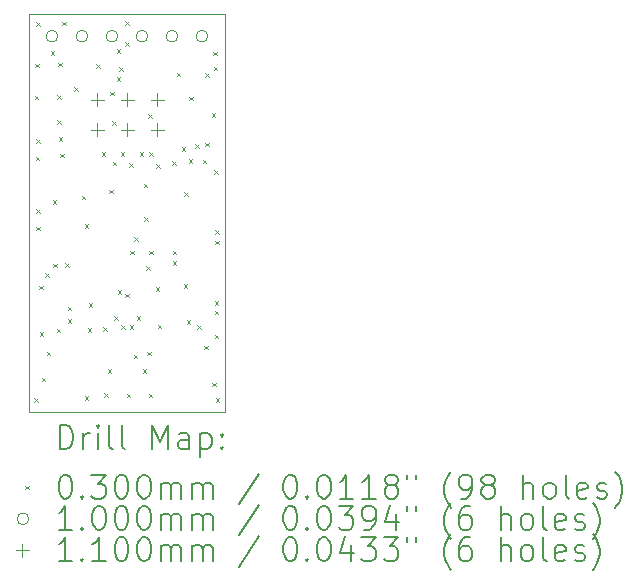
<source format=gbr>
%TF.GenerationSoftware,KiCad,Pcbnew,8.0.2*%
%TF.CreationDate,2024-05-04T17:25:49+02:00*%
%TF.ProjectId,AVRinator,41565269-6e61-4746-9f72-2e6b69636164,1.0*%
%TF.SameCoordinates,Original*%
%TF.FileFunction,Drillmap*%
%TF.FilePolarity,Positive*%
%FSLAX45Y45*%
G04 Gerber Fmt 4.5, Leading zero omitted, Abs format (unit mm)*
G04 Created by KiCad (PCBNEW 8.0.2) date 2024-05-04 17:25:49*
%MOMM*%
%LPD*%
G01*
G04 APERTURE LIST*
%ADD10C,0.100000*%
%ADD11C,0.200000*%
%ADD12C,0.110000*%
G04 APERTURE END LIST*
D10*
X5394960Y-4892040D02*
X7048500Y-4892040D01*
X7048500Y-8255000D01*
X5394960Y-8255000D01*
X5394960Y-4892040D01*
D11*
D10*
X5435840Y-8140940D02*
X5465840Y-8170940D01*
X5465840Y-8140940D02*
X5435840Y-8170940D01*
X5438380Y-5580620D02*
X5468380Y-5610620D01*
X5468380Y-5580620D02*
X5438380Y-5610620D01*
X5446000Y-5308840D02*
X5476000Y-5338840D01*
X5476000Y-5308840D02*
X5446000Y-5338840D01*
X5448540Y-6096240D02*
X5478540Y-6126240D01*
X5478540Y-6096240D02*
X5448540Y-6126240D01*
X5451080Y-5951460D02*
X5481080Y-5981460D01*
X5481080Y-5951460D02*
X5451080Y-5981460D01*
X5452400Y-6540740D02*
X5482400Y-6570740D01*
X5482400Y-6540740D02*
X5452400Y-6570740D01*
X5453620Y-4960860D02*
X5483620Y-4990860D01*
X5483620Y-4960860D02*
X5453620Y-4990860D01*
X5453620Y-6690600D02*
X5483620Y-6720600D01*
X5483620Y-6690600D02*
X5453620Y-6720600D01*
X5479020Y-7188440D02*
X5509020Y-7218440D01*
X5509020Y-7188440D02*
X5479020Y-7218440D01*
X5481560Y-7584680D02*
X5511560Y-7614680D01*
X5511560Y-7584680D02*
X5481560Y-7614680D01*
X5499340Y-7968220D02*
X5529340Y-7998220D01*
X5529340Y-7968220D02*
X5499340Y-7998220D01*
X5527280Y-7081760D02*
X5557280Y-7111760D01*
X5557280Y-7081760D02*
X5527280Y-7111760D01*
X5542520Y-7749780D02*
X5572520Y-7779780D01*
X5572520Y-7749780D02*
X5542520Y-7779780D01*
X5575540Y-5202160D02*
X5605540Y-5232160D01*
X5605540Y-5202160D02*
X5575540Y-5232160D01*
X5593320Y-6467080D02*
X5623320Y-6497080D01*
X5623320Y-6467080D02*
X5593320Y-6497080D01*
X5595860Y-7003020D02*
X5625860Y-7033020D01*
X5625860Y-7003020D02*
X5595860Y-7033020D01*
X5626340Y-7554200D02*
X5656340Y-7584200D01*
X5656340Y-7554200D02*
X5626340Y-7584200D01*
X5631079Y-5786417D02*
X5661079Y-5816417D01*
X5661079Y-5786417D02*
X5631079Y-5816417D01*
X5631420Y-5578080D02*
X5661420Y-5608080D01*
X5661420Y-5578080D02*
X5631420Y-5608080D01*
X5636500Y-5301220D02*
X5666500Y-5331220D01*
X5666500Y-5301220D02*
X5636500Y-5331220D01*
X5641580Y-5933680D02*
X5671580Y-5963680D01*
X5671580Y-5933680D02*
X5641580Y-5963680D01*
X5656820Y-6073380D02*
X5686820Y-6103380D01*
X5686820Y-6073380D02*
X5656820Y-6103380D01*
X5674600Y-4953240D02*
X5704600Y-4983240D01*
X5704600Y-4953240D02*
X5674600Y-4983240D01*
X5700000Y-6997940D02*
X5730000Y-7027940D01*
X5730000Y-6997940D02*
X5700000Y-7027940D01*
X5717780Y-7368780D02*
X5747780Y-7398780D01*
X5747780Y-7368780D02*
X5717780Y-7398780D01*
X5720320Y-7472920D02*
X5750320Y-7502920D01*
X5750320Y-7472920D02*
X5720320Y-7502920D01*
X5776200Y-5509500D02*
X5806200Y-5539500D01*
X5806200Y-5509500D02*
X5776200Y-5539500D01*
X5837160Y-6426440D02*
X5867160Y-6456440D01*
X5867160Y-6426440D02*
X5837160Y-6456440D01*
X5862560Y-8125700D02*
X5892560Y-8155700D01*
X5892560Y-8125700D02*
X5862560Y-8155700D01*
X5863200Y-6668380D02*
X5893200Y-6698380D01*
X5893200Y-6668380D02*
X5863200Y-6698380D01*
X5887960Y-7549120D02*
X5917960Y-7579120D01*
X5917960Y-7549120D02*
X5887960Y-7579120D01*
X5898120Y-7335760D02*
X5928120Y-7365760D01*
X5928120Y-7335760D02*
X5898120Y-7365760D01*
X5959080Y-5313920D02*
X5989080Y-5343920D01*
X5989080Y-5313920D02*
X5959080Y-5343920D01*
X6008000Y-6059740D02*
X6038000Y-6089740D01*
X6038000Y-6059740D02*
X6008000Y-6089740D01*
X6017500Y-7541500D02*
X6047500Y-7571500D01*
X6047500Y-7541500D02*
X6017500Y-7571500D01*
X6030200Y-8100300D02*
X6060200Y-8130300D01*
X6060200Y-8100300D02*
X6030200Y-8130300D01*
X6058140Y-7897100D02*
X6088140Y-7927100D01*
X6088140Y-7897100D02*
X6058140Y-7927100D01*
X6072110Y-6376910D02*
X6102110Y-6406910D01*
X6102110Y-6376910D02*
X6072110Y-6406910D01*
X6078460Y-5547600D02*
X6108460Y-5577600D01*
X6108460Y-5547600D02*
X6078460Y-5577600D01*
X6093700Y-5799060D02*
X6123700Y-5829060D01*
X6123700Y-5799060D02*
X6093700Y-5829060D01*
X6100040Y-6138160D02*
X6130040Y-6168160D01*
X6130040Y-6138160D02*
X6100040Y-6168160D01*
X6114020Y-7447020D02*
X6144020Y-7477020D01*
X6144020Y-7447020D02*
X6114020Y-7477020D01*
X6134340Y-5189460D02*
X6164340Y-5219460D01*
X6164340Y-5189460D02*
X6134340Y-5219460D01*
X6134340Y-5425680D02*
X6164340Y-5455680D01*
X6164340Y-5425680D02*
X6134340Y-5455680D01*
X6144159Y-7226199D02*
X6174159Y-7256199D01*
X6174159Y-7226199D02*
X6144159Y-7256199D01*
X6154660Y-5341860D02*
X6184660Y-5371860D01*
X6184660Y-5341860D02*
X6154660Y-5371860D01*
X6168000Y-6059740D02*
X6198000Y-6089740D01*
X6198000Y-6059740D02*
X6168000Y-6089740D01*
X6172221Y-7523939D02*
X6202221Y-7553939D01*
X6202221Y-7523939D02*
X6172221Y-7553939D01*
X6206909Y-4949609D02*
X6236909Y-4979609D01*
X6236909Y-4949609D02*
X6206909Y-4979609D01*
X6208000Y-5128500D02*
X6238000Y-5158500D01*
X6238000Y-5128500D02*
X6208000Y-5158500D01*
X6208000Y-7257020D02*
X6238000Y-7287020D01*
X6238000Y-7257020D02*
X6208000Y-7287020D01*
X6218160Y-8102840D02*
X6248160Y-8132840D01*
X6248160Y-8102840D02*
X6218160Y-8132840D01*
X6241020Y-6152120D02*
X6271020Y-6182120D01*
X6271020Y-6152120D02*
X6241020Y-6182120D01*
X6243924Y-7523720D02*
X6273924Y-7553720D01*
X6273924Y-7523720D02*
X6243924Y-7553720D01*
X6248000Y-6894740D02*
X6278000Y-6924740D01*
X6278000Y-6894740D02*
X6248000Y-6924740D01*
X6279120Y-7772640D02*
X6309120Y-7802640D01*
X6309120Y-7772640D02*
X6279120Y-7802640D01*
X6284200Y-6779500D02*
X6314200Y-6809500D01*
X6314200Y-6779500D02*
X6284200Y-6809500D01*
X6301980Y-7447520D02*
X6331980Y-7477520D01*
X6331980Y-7447520D02*
X6301980Y-7477520D01*
X6328000Y-6059740D02*
X6358000Y-6089740D01*
X6358000Y-6059740D02*
X6328000Y-6089740D01*
X6352780Y-7897100D02*
X6382780Y-7927100D01*
X6382780Y-7897100D02*
X6352780Y-7927100D01*
X6362940Y-6327380D02*
X6392940Y-6357380D01*
X6392940Y-6327380D02*
X6362940Y-6357380D01*
X6368020Y-6611860D02*
X6398020Y-6641860D01*
X6398020Y-6611860D02*
X6368020Y-6641860D01*
X6385800Y-7023340D02*
X6415800Y-7053340D01*
X6415800Y-7023340D02*
X6385800Y-7053340D01*
X6390880Y-7747240D02*
X6420880Y-7777240D01*
X6420880Y-7747240D02*
X6390880Y-7777240D01*
X6401040Y-5738100D02*
X6431040Y-5768100D01*
X6431040Y-5738100D02*
X6401040Y-5768100D01*
X6403580Y-8102840D02*
X6433580Y-8132840D01*
X6433580Y-8102840D02*
X6403580Y-8132840D01*
X6408000Y-6059740D02*
X6438000Y-6089740D01*
X6438000Y-6059740D02*
X6408000Y-6089740D01*
X6408000Y-6894740D02*
X6438000Y-6924740D01*
X6438000Y-6894740D02*
X6408000Y-6924740D01*
X6464540Y-7203680D02*
X6494540Y-7233680D01*
X6494540Y-7203680D02*
X6464540Y-7233680D01*
X6467080Y-6159740D02*
X6497080Y-6189740D01*
X6497080Y-6159740D02*
X6467080Y-6189740D01*
X6479780Y-7521180D02*
X6509780Y-7551180D01*
X6509780Y-7521180D02*
X6479780Y-7551180D01*
X6604240Y-6136880D02*
X6634240Y-6166880D01*
X6634240Y-6136880D02*
X6604240Y-6166880D01*
X6606780Y-6893800D02*
X6636780Y-6923800D01*
X6636780Y-6893800D02*
X6606780Y-6923800D01*
X6606780Y-6980160D02*
X6636780Y-7010160D01*
X6636780Y-6980160D02*
X6606780Y-7010160D01*
X6642340Y-5387580D02*
X6672340Y-5417580D01*
X6672340Y-5387580D02*
X6642340Y-5417580D01*
X6685520Y-6017500D02*
X6715520Y-6047500D01*
X6715520Y-6017500D02*
X6685520Y-6047500D01*
X6700760Y-7175740D02*
X6730760Y-7205740D01*
X6730760Y-7175740D02*
X6700760Y-7205740D01*
X6703300Y-6398500D02*
X6733300Y-6428500D01*
X6733300Y-6398500D02*
X6703300Y-6428500D01*
X6726160Y-7483080D02*
X6756160Y-7513080D01*
X6756160Y-7483080D02*
X6726160Y-7513080D01*
X6743940Y-6116560D02*
X6773940Y-6146560D01*
X6773940Y-6116560D02*
X6743940Y-6146560D01*
X6749020Y-5590780D02*
X6779020Y-5620780D01*
X6779020Y-5590780D02*
X6749020Y-5620780D01*
X6799820Y-5992100D02*
X6829820Y-6022100D01*
X6829820Y-5992100D02*
X6799820Y-6022100D01*
X6817600Y-7523720D02*
X6847600Y-7553720D01*
X6847600Y-7523720D02*
X6817600Y-7553720D01*
X6860780Y-6121640D02*
X6890780Y-6151640D01*
X6890780Y-6121640D02*
X6860780Y-6151640D01*
X6873480Y-7696440D02*
X6903480Y-7726440D01*
X6903480Y-7696440D02*
X6873480Y-7726440D01*
X6881100Y-5390120D02*
X6911100Y-5420120D01*
X6911100Y-5390120D02*
X6881100Y-5420120D01*
X6882060Y-5979776D02*
X6912060Y-6009776D01*
X6912060Y-5979776D02*
X6882060Y-6009776D01*
X6939520Y-5730480D02*
X6969520Y-5760480D01*
X6969520Y-5730480D02*
X6939520Y-5760480D01*
X6942060Y-8011400D02*
X6972060Y-8041400D01*
X6972060Y-8011400D02*
X6942060Y-8041400D01*
X6952220Y-5207240D02*
X6982220Y-5237240D01*
X6982220Y-5207240D02*
X6952220Y-5237240D01*
X6954760Y-5334240D02*
X6984760Y-5364240D01*
X6984760Y-5334240D02*
X6954760Y-5364240D01*
X6961060Y-6213080D02*
X6991060Y-6243080D01*
X6991060Y-6213080D02*
X6961060Y-6243080D01*
X6962380Y-7320520D02*
X6992380Y-7350520D01*
X6992380Y-7320520D02*
X6962380Y-7350520D01*
X6962380Y-7401800D02*
X6992380Y-7431800D01*
X6992380Y-7401800D02*
X6962380Y-7431800D01*
X6962380Y-7605000D02*
X6992380Y-7635000D01*
X6992380Y-7605000D02*
X6962380Y-7635000D01*
X6967460Y-6718540D02*
X6997460Y-6748540D01*
X6997460Y-6718540D02*
X6967460Y-6748540D01*
X6967460Y-6809980D02*
X6997460Y-6839980D01*
X6997460Y-6809980D02*
X6967460Y-6839980D01*
X6972540Y-8143480D02*
X7002540Y-8173480D01*
X7002540Y-8143480D02*
X6972540Y-8173480D01*
X5635460Y-5077460D02*
G75*
G02*
X5535460Y-5077460I-50000J0D01*
G01*
X5535460Y-5077460D02*
G75*
G02*
X5635460Y-5077460I50000J0D01*
G01*
X5889460Y-5077460D02*
G75*
G02*
X5789460Y-5077460I-50000J0D01*
G01*
X5789460Y-5077460D02*
G75*
G02*
X5889460Y-5077460I50000J0D01*
G01*
X6143460Y-5077460D02*
G75*
G02*
X6043460Y-5077460I-50000J0D01*
G01*
X6043460Y-5077460D02*
G75*
G02*
X6143460Y-5077460I50000J0D01*
G01*
X6397460Y-5077460D02*
G75*
G02*
X6297460Y-5077460I-50000J0D01*
G01*
X6297460Y-5077460D02*
G75*
G02*
X6397460Y-5077460I50000J0D01*
G01*
X6651460Y-5077460D02*
G75*
G02*
X6551460Y-5077460I-50000J0D01*
G01*
X6551460Y-5077460D02*
G75*
G02*
X6651460Y-5077460I50000J0D01*
G01*
X6905460Y-5077460D02*
G75*
G02*
X6805460Y-5077460I-50000J0D01*
G01*
X6805460Y-5077460D02*
G75*
G02*
X6905460Y-5077460I50000J0D01*
G01*
D12*
X5969000Y-5558400D02*
X5969000Y-5668400D01*
X5914000Y-5613400D02*
X6024000Y-5613400D01*
X5969000Y-5812400D02*
X5969000Y-5922400D01*
X5914000Y-5867400D02*
X6024000Y-5867400D01*
X6223000Y-5558400D02*
X6223000Y-5668400D01*
X6168000Y-5613400D02*
X6278000Y-5613400D01*
X6223000Y-5812400D02*
X6223000Y-5922400D01*
X6168000Y-5867400D02*
X6278000Y-5867400D01*
X6477000Y-5558400D02*
X6477000Y-5668400D01*
X6422000Y-5613400D02*
X6532000Y-5613400D01*
X6477000Y-5812400D02*
X6477000Y-5922400D01*
X6422000Y-5867400D02*
X6532000Y-5867400D01*
D11*
X5650737Y-8571484D02*
X5650737Y-8371484D01*
X5650737Y-8371484D02*
X5698356Y-8371484D01*
X5698356Y-8371484D02*
X5726927Y-8381008D01*
X5726927Y-8381008D02*
X5745975Y-8400055D01*
X5745975Y-8400055D02*
X5755499Y-8419103D01*
X5755499Y-8419103D02*
X5765022Y-8457198D01*
X5765022Y-8457198D02*
X5765022Y-8485770D01*
X5765022Y-8485770D02*
X5755499Y-8523865D01*
X5755499Y-8523865D02*
X5745975Y-8542912D01*
X5745975Y-8542912D02*
X5726927Y-8561960D01*
X5726927Y-8561960D02*
X5698356Y-8571484D01*
X5698356Y-8571484D02*
X5650737Y-8571484D01*
X5850737Y-8571484D02*
X5850737Y-8438150D01*
X5850737Y-8476246D02*
X5860261Y-8457198D01*
X5860261Y-8457198D02*
X5869784Y-8447674D01*
X5869784Y-8447674D02*
X5888832Y-8438150D01*
X5888832Y-8438150D02*
X5907880Y-8438150D01*
X5974546Y-8571484D02*
X5974546Y-8438150D01*
X5974546Y-8371484D02*
X5965022Y-8381008D01*
X5965022Y-8381008D02*
X5974546Y-8390531D01*
X5974546Y-8390531D02*
X5984070Y-8381008D01*
X5984070Y-8381008D02*
X5974546Y-8371484D01*
X5974546Y-8371484D02*
X5974546Y-8390531D01*
X6098356Y-8571484D02*
X6079308Y-8561960D01*
X6079308Y-8561960D02*
X6069784Y-8542912D01*
X6069784Y-8542912D02*
X6069784Y-8371484D01*
X6203118Y-8571484D02*
X6184070Y-8561960D01*
X6184070Y-8561960D02*
X6174546Y-8542912D01*
X6174546Y-8542912D02*
X6174546Y-8371484D01*
X6431689Y-8571484D02*
X6431689Y-8371484D01*
X6431689Y-8371484D02*
X6498356Y-8514341D01*
X6498356Y-8514341D02*
X6565022Y-8371484D01*
X6565022Y-8371484D02*
X6565022Y-8571484D01*
X6745975Y-8571484D02*
X6745975Y-8466722D01*
X6745975Y-8466722D02*
X6736451Y-8447674D01*
X6736451Y-8447674D02*
X6717403Y-8438150D01*
X6717403Y-8438150D02*
X6679308Y-8438150D01*
X6679308Y-8438150D02*
X6660261Y-8447674D01*
X6745975Y-8561960D02*
X6726927Y-8571484D01*
X6726927Y-8571484D02*
X6679308Y-8571484D01*
X6679308Y-8571484D02*
X6660261Y-8561960D01*
X6660261Y-8561960D02*
X6650737Y-8542912D01*
X6650737Y-8542912D02*
X6650737Y-8523865D01*
X6650737Y-8523865D02*
X6660261Y-8504817D01*
X6660261Y-8504817D02*
X6679308Y-8495293D01*
X6679308Y-8495293D02*
X6726927Y-8495293D01*
X6726927Y-8495293D02*
X6745975Y-8485770D01*
X6841213Y-8438150D02*
X6841213Y-8638150D01*
X6841213Y-8447674D02*
X6860261Y-8438150D01*
X6860261Y-8438150D02*
X6898356Y-8438150D01*
X6898356Y-8438150D02*
X6917403Y-8447674D01*
X6917403Y-8447674D02*
X6926927Y-8457198D01*
X6926927Y-8457198D02*
X6936451Y-8476246D01*
X6936451Y-8476246D02*
X6936451Y-8533389D01*
X6936451Y-8533389D02*
X6926927Y-8552436D01*
X6926927Y-8552436D02*
X6917403Y-8561960D01*
X6917403Y-8561960D02*
X6898356Y-8571484D01*
X6898356Y-8571484D02*
X6860261Y-8571484D01*
X6860261Y-8571484D02*
X6841213Y-8561960D01*
X7022165Y-8552436D02*
X7031689Y-8561960D01*
X7031689Y-8561960D02*
X7022165Y-8571484D01*
X7022165Y-8571484D02*
X7012642Y-8561960D01*
X7012642Y-8561960D02*
X7022165Y-8552436D01*
X7022165Y-8552436D02*
X7022165Y-8571484D01*
X7022165Y-8447674D02*
X7031689Y-8457198D01*
X7031689Y-8457198D02*
X7022165Y-8466722D01*
X7022165Y-8466722D02*
X7012642Y-8457198D01*
X7012642Y-8457198D02*
X7022165Y-8447674D01*
X7022165Y-8447674D02*
X7022165Y-8466722D01*
D10*
X5359960Y-8885000D02*
X5389960Y-8915000D01*
X5389960Y-8885000D02*
X5359960Y-8915000D01*
D11*
X5688832Y-8791484D02*
X5707880Y-8791484D01*
X5707880Y-8791484D02*
X5726927Y-8801008D01*
X5726927Y-8801008D02*
X5736451Y-8810531D01*
X5736451Y-8810531D02*
X5745975Y-8829579D01*
X5745975Y-8829579D02*
X5755499Y-8867674D01*
X5755499Y-8867674D02*
X5755499Y-8915293D01*
X5755499Y-8915293D02*
X5745975Y-8953389D01*
X5745975Y-8953389D02*
X5736451Y-8972436D01*
X5736451Y-8972436D02*
X5726927Y-8981960D01*
X5726927Y-8981960D02*
X5707880Y-8991484D01*
X5707880Y-8991484D02*
X5688832Y-8991484D01*
X5688832Y-8991484D02*
X5669784Y-8981960D01*
X5669784Y-8981960D02*
X5660261Y-8972436D01*
X5660261Y-8972436D02*
X5650737Y-8953389D01*
X5650737Y-8953389D02*
X5641213Y-8915293D01*
X5641213Y-8915293D02*
X5641213Y-8867674D01*
X5641213Y-8867674D02*
X5650737Y-8829579D01*
X5650737Y-8829579D02*
X5660261Y-8810531D01*
X5660261Y-8810531D02*
X5669784Y-8801008D01*
X5669784Y-8801008D02*
X5688832Y-8791484D01*
X5841213Y-8972436D02*
X5850737Y-8981960D01*
X5850737Y-8981960D02*
X5841213Y-8991484D01*
X5841213Y-8991484D02*
X5831689Y-8981960D01*
X5831689Y-8981960D02*
X5841213Y-8972436D01*
X5841213Y-8972436D02*
X5841213Y-8991484D01*
X5917403Y-8791484D02*
X6041213Y-8791484D01*
X6041213Y-8791484D02*
X5974546Y-8867674D01*
X5974546Y-8867674D02*
X6003118Y-8867674D01*
X6003118Y-8867674D02*
X6022165Y-8877198D01*
X6022165Y-8877198D02*
X6031689Y-8886722D01*
X6031689Y-8886722D02*
X6041213Y-8905770D01*
X6041213Y-8905770D02*
X6041213Y-8953389D01*
X6041213Y-8953389D02*
X6031689Y-8972436D01*
X6031689Y-8972436D02*
X6022165Y-8981960D01*
X6022165Y-8981960D02*
X6003118Y-8991484D01*
X6003118Y-8991484D02*
X5945975Y-8991484D01*
X5945975Y-8991484D02*
X5926927Y-8981960D01*
X5926927Y-8981960D02*
X5917403Y-8972436D01*
X6165022Y-8791484D02*
X6184070Y-8791484D01*
X6184070Y-8791484D02*
X6203118Y-8801008D01*
X6203118Y-8801008D02*
X6212642Y-8810531D01*
X6212642Y-8810531D02*
X6222165Y-8829579D01*
X6222165Y-8829579D02*
X6231689Y-8867674D01*
X6231689Y-8867674D02*
X6231689Y-8915293D01*
X6231689Y-8915293D02*
X6222165Y-8953389D01*
X6222165Y-8953389D02*
X6212642Y-8972436D01*
X6212642Y-8972436D02*
X6203118Y-8981960D01*
X6203118Y-8981960D02*
X6184070Y-8991484D01*
X6184070Y-8991484D02*
X6165022Y-8991484D01*
X6165022Y-8991484D02*
X6145975Y-8981960D01*
X6145975Y-8981960D02*
X6136451Y-8972436D01*
X6136451Y-8972436D02*
X6126927Y-8953389D01*
X6126927Y-8953389D02*
X6117403Y-8915293D01*
X6117403Y-8915293D02*
X6117403Y-8867674D01*
X6117403Y-8867674D02*
X6126927Y-8829579D01*
X6126927Y-8829579D02*
X6136451Y-8810531D01*
X6136451Y-8810531D02*
X6145975Y-8801008D01*
X6145975Y-8801008D02*
X6165022Y-8791484D01*
X6355499Y-8791484D02*
X6374546Y-8791484D01*
X6374546Y-8791484D02*
X6393594Y-8801008D01*
X6393594Y-8801008D02*
X6403118Y-8810531D01*
X6403118Y-8810531D02*
X6412642Y-8829579D01*
X6412642Y-8829579D02*
X6422165Y-8867674D01*
X6422165Y-8867674D02*
X6422165Y-8915293D01*
X6422165Y-8915293D02*
X6412642Y-8953389D01*
X6412642Y-8953389D02*
X6403118Y-8972436D01*
X6403118Y-8972436D02*
X6393594Y-8981960D01*
X6393594Y-8981960D02*
X6374546Y-8991484D01*
X6374546Y-8991484D02*
X6355499Y-8991484D01*
X6355499Y-8991484D02*
X6336451Y-8981960D01*
X6336451Y-8981960D02*
X6326927Y-8972436D01*
X6326927Y-8972436D02*
X6317403Y-8953389D01*
X6317403Y-8953389D02*
X6307880Y-8915293D01*
X6307880Y-8915293D02*
X6307880Y-8867674D01*
X6307880Y-8867674D02*
X6317403Y-8829579D01*
X6317403Y-8829579D02*
X6326927Y-8810531D01*
X6326927Y-8810531D02*
X6336451Y-8801008D01*
X6336451Y-8801008D02*
X6355499Y-8791484D01*
X6507880Y-8991484D02*
X6507880Y-8858150D01*
X6507880Y-8877198D02*
X6517403Y-8867674D01*
X6517403Y-8867674D02*
X6536451Y-8858150D01*
X6536451Y-8858150D02*
X6565023Y-8858150D01*
X6565023Y-8858150D02*
X6584070Y-8867674D01*
X6584070Y-8867674D02*
X6593594Y-8886722D01*
X6593594Y-8886722D02*
X6593594Y-8991484D01*
X6593594Y-8886722D02*
X6603118Y-8867674D01*
X6603118Y-8867674D02*
X6622165Y-8858150D01*
X6622165Y-8858150D02*
X6650737Y-8858150D01*
X6650737Y-8858150D02*
X6669784Y-8867674D01*
X6669784Y-8867674D02*
X6679308Y-8886722D01*
X6679308Y-8886722D02*
X6679308Y-8991484D01*
X6774546Y-8991484D02*
X6774546Y-8858150D01*
X6774546Y-8877198D02*
X6784070Y-8867674D01*
X6784070Y-8867674D02*
X6803118Y-8858150D01*
X6803118Y-8858150D02*
X6831689Y-8858150D01*
X6831689Y-8858150D02*
X6850737Y-8867674D01*
X6850737Y-8867674D02*
X6860261Y-8886722D01*
X6860261Y-8886722D02*
X6860261Y-8991484D01*
X6860261Y-8886722D02*
X6869784Y-8867674D01*
X6869784Y-8867674D02*
X6888832Y-8858150D01*
X6888832Y-8858150D02*
X6917403Y-8858150D01*
X6917403Y-8858150D02*
X6936451Y-8867674D01*
X6936451Y-8867674D02*
X6945975Y-8886722D01*
X6945975Y-8886722D02*
X6945975Y-8991484D01*
X7336451Y-8781960D02*
X7165023Y-9039103D01*
X7593594Y-8791484D02*
X7612642Y-8791484D01*
X7612642Y-8791484D02*
X7631689Y-8801008D01*
X7631689Y-8801008D02*
X7641213Y-8810531D01*
X7641213Y-8810531D02*
X7650737Y-8829579D01*
X7650737Y-8829579D02*
X7660261Y-8867674D01*
X7660261Y-8867674D02*
X7660261Y-8915293D01*
X7660261Y-8915293D02*
X7650737Y-8953389D01*
X7650737Y-8953389D02*
X7641213Y-8972436D01*
X7641213Y-8972436D02*
X7631689Y-8981960D01*
X7631689Y-8981960D02*
X7612642Y-8991484D01*
X7612642Y-8991484D02*
X7593594Y-8991484D01*
X7593594Y-8991484D02*
X7574546Y-8981960D01*
X7574546Y-8981960D02*
X7565023Y-8972436D01*
X7565023Y-8972436D02*
X7555499Y-8953389D01*
X7555499Y-8953389D02*
X7545975Y-8915293D01*
X7545975Y-8915293D02*
X7545975Y-8867674D01*
X7545975Y-8867674D02*
X7555499Y-8829579D01*
X7555499Y-8829579D02*
X7565023Y-8810531D01*
X7565023Y-8810531D02*
X7574546Y-8801008D01*
X7574546Y-8801008D02*
X7593594Y-8791484D01*
X7745975Y-8972436D02*
X7755499Y-8981960D01*
X7755499Y-8981960D02*
X7745975Y-8991484D01*
X7745975Y-8991484D02*
X7736451Y-8981960D01*
X7736451Y-8981960D02*
X7745975Y-8972436D01*
X7745975Y-8972436D02*
X7745975Y-8991484D01*
X7879308Y-8791484D02*
X7898356Y-8791484D01*
X7898356Y-8791484D02*
X7917404Y-8801008D01*
X7917404Y-8801008D02*
X7926927Y-8810531D01*
X7926927Y-8810531D02*
X7936451Y-8829579D01*
X7936451Y-8829579D02*
X7945975Y-8867674D01*
X7945975Y-8867674D02*
X7945975Y-8915293D01*
X7945975Y-8915293D02*
X7936451Y-8953389D01*
X7936451Y-8953389D02*
X7926927Y-8972436D01*
X7926927Y-8972436D02*
X7917404Y-8981960D01*
X7917404Y-8981960D02*
X7898356Y-8991484D01*
X7898356Y-8991484D02*
X7879308Y-8991484D01*
X7879308Y-8991484D02*
X7860261Y-8981960D01*
X7860261Y-8981960D02*
X7850737Y-8972436D01*
X7850737Y-8972436D02*
X7841213Y-8953389D01*
X7841213Y-8953389D02*
X7831689Y-8915293D01*
X7831689Y-8915293D02*
X7831689Y-8867674D01*
X7831689Y-8867674D02*
X7841213Y-8829579D01*
X7841213Y-8829579D02*
X7850737Y-8810531D01*
X7850737Y-8810531D02*
X7860261Y-8801008D01*
X7860261Y-8801008D02*
X7879308Y-8791484D01*
X8136451Y-8991484D02*
X8022166Y-8991484D01*
X8079308Y-8991484D02*
X8079308Y-8791484D01*
X8079308Y-8791484D02*
X8060261Y-8820055D01*
X8060261Y-8820055D02*
X8041213Y-8839103D01*
X8041213Y-8839103D02*
X8022166Y-8848627D01*
X8326927Y-8991484D02*
X8212642Y-8991484D01*
X8269785Y-8991484D02*
X8269785Y-8791484D01*
X8269785Y-8791484D02*
X8250737Y-8820055D01*
X8250737Y-8820055D02*
X8231689Y-8839103D01*
X8231689Y-8839103D02*
X8212642Y-8848627D01*
X8441213Y-8877198D02*
X8422166Y-8867674D01*
X8422166Y-8867674D02*
X8412642Y-8858150D01*
X8412642Y-8858150D02*
X8403118Y-8839103D01*
X8403118Y-8839103D02*
X8403118Y-8829579D01*
X8403118Y-8829579D02*
X8412642Y-8810531D01*
X8412642Y-8810531D02*
X8422166Y-8801008D01*
X8422166Y-8801008D02*
X8441213Y-8791484D01*
X8441213Y-8791484D02*
X8479309Y-8791484D01*
X8479309Y-8791484D02*
X8498356Y-8801008D01*
X8498356Y-8801008D02*
X8507880Y-8810531D01*
X8507880Y-8810531D02*
X8517404Y-8829579D01*
X8517404Y-8829579D02*
X8517404Y-8839103D01*
X8517404Y-8839103D02*
X8507880Y-8858150D01*
X8507880Y-8858150D02*
X8498356Y-8867674D01*
X8498356Y-8867674D02*
X8479309Y-8877198D01*
X8479309Y-8877198D02*
X8441213Y-8877198D01*
X8441213Y-8877198D02*
X8422166Y-8886722D01*
X8422166Y-8886722D02*
X8412642Y-8896246D01*
X8412642Y-8896246D02*
X8403118Y-8915293D01*
X8403118Y-8915293D02*
X8403118Y-8953389D01*
X8403118Y-8953389D02*
X8412642Y-8972436D01*
X8412642Y-8972436D02*
X8422166Y-8981960D01*
X8422166Y-8981960D02*
X8441213Y-8991484D01*
X8441213Y-8991484D02*
X8479309Y-8991484D01*
X8479309Y-8991484D02*
X8498356Y-8981960D01*
X8498356Y-8981960D02*
X8507880Y-8972436D01*
X8507880Y-8972436D02*
X8517404Y-8953389D01*
X8517404Y-8953389D02*
X8517404Y-8915293D01*
X8517404Y-8915293D02*
X8507880Y-8896246D01*
X8507880Y-8896246D02*
X8498356Y-8886722D01*
X8498356Y-8886722D02*
X8479309Y-8877198D01*
X8593594Y-8791484D02*
X8593594Y-8829579D01*
X8669785Y-8791484D02*
X8669785Y-8829579D01*
X8965023Y-9067674D02*
X8955499Y-9058150D01*
X8955499Y-9058150D02*
X8936451Y-9029579D01*
X8936451Y-9029579D02*
X8926928Y-9010531D01*
X8926928Y-9010531D02*
X8917404Y-8981960D01*
X8917404Y-8981960D02*
X8907880Y-8934341D01*
X8907880Y-8934341D02*
X8907880Y-8896246D01*
X8907880Y-8896246D02*
X8917404Y-8848627D01*
X8917404Y-8848627D02*
X8926928Y-8820055D01*
X8926928Y-8820055D02*
X8936451Y-8801008D01*
X8936451Y-8801008D02*
X8955499Y-8772436D01*
X8955499Y-8772436D02*
X8965023Y-8762912D01*
X9050737Y-8991484D02*
X9088832Y-8991484D01*
X9088832Y-8991484D02*
X9107880Y-8981960D01*
X9107880Y-8981960D02*
X9117404Y-8972436D01*
X9117404Y-8972436D02*
X9136451Y-8943865D01*
X9136451Y-8943865D02*
X9145975Y-8905770D01*
X9145975Y-8905770D02*
X9145975Y-8829579D01*
X9145975Y-8829579D02*
X9136451Y-8810531D01*
X9136451Y-8810531D02*
X9126928Y-8801008D01*
X9126928Y-8801008D02*
X9107880Y-8791484D01*
X9107880Y-8791484D02*
X9069785Y-8791484D01*
X9069785Y-8791484D02*
X9050737Y-8801008D01*
X9050737Y-8801008D02*
X9041213Y-8810531D01*
X9041213Y-8810531D02*
X9031690Y-8829579D01*
X9031690Y-8829579D02*
X9031690Y-8877198D01*
X9031690Y-8877198D02*
X9041213Y-8896246D01*
X9041213Y-8896246D02*
X9050737Y-8905770D01*
X9050737Y-8905770D02*
X9069785Y-8915293D01*
X9069785Y-8915293D02*
X9107880Y-8915293D01*
X9107880Y-8915293D02*
X9126928Y-8905770D01*
X9126928Y-8905770D02*
X9136451Y-8896246D01*
X9136451Y-8896246D02*
X9145975Y-8877198D01*
X9260261Y-8877198D02*
X9241213Y-8867674D01*
X9241213Y-8867674D02*
X9231690Y-8858150D01*
X9231690Y-8858150D02*
X9222166Y-8839103D01*
X9222166Y-8839103D02*
X9222166Y-8829579D01*
X9222166Y-8829579D02*
X9231690Y-8810531D01*
X9231690Y-8810531D02*
X9241213Y-8801008D01*
X9241213Y-8801008D02*
X9260261Y-8791484D01*
X9260261Y-8791484D02*
X9298356Y-8791484D01*
X9298356Y-8791484D02*
X9317404Y-8801008D01*
X9317404Y-8801008D02*
X9326928Y-8810531D01*
X9326928Y-8810531D02*
X9336451Y-8829579D01*
X9336451Y-8829579D02*
X9336451Y-8839103D01*
X9336451Y-8839103D02*
X9326928Y-8858150D01*
X9326928Y-8858150D02*
X9317404Y-8867674D01*
X9317404Y-8867674D02*
X9298356Y-8877198D01*
X9298356Y-8877198D02*
X9260261Y-8877198D01*
X9260261Y-8877198D02*
X9241213Y-8886722D01*
X9241213Y-8886722D02*
X9231690Y-8896246D01*
X9231690Y-8896246D02*
X9222166Y-8915293D01*
X9222166Y-8915293D02*
X9222166Y-8953389D01*
X9222166Y-8953389D02*
X9231690Y-8972436D01*
X9231690Y-8972436D02*
X9241213Y-8981960D01*
X9241213Y-8981960D02*
X9260261Y-8991484D01*
X9260261Y-8991484D02*
X9298356Y-8991484D01*
X9298356Y-8991484D02*
X9317404Y-8981960D01*
X9317404Y-8981960D02*
X9326928Y-8972436D01*
X9326928Y-8972436D02*
X9336451Y-8953389D01*
X9336451Y-8953389D02*
X9336451Y-8915293D01*
X9336451Y-8915293D02*
X9326928Y-8896246D01*
X9326928Y-8896246D02*
X9317404Y-8886722D01*
X9317404Y-8886722D02*
X9298356Y-8877198D01*
X9574547Y-8991484D02*
X9574547Y-8791484D01*
X9660261Y-8991484D02*
X9660261Y-8886722D01*
X9660261Y-8886722D02*
X9650737Y-8867674D01*
X9650737Y-8867674D02*
X9631690Y-8858150D01*
X9631690Y-8858150D02*
X9603118Y-8858150D01*
X9603118Y-8858150D02*
X9584071Y-8867674D01*
X9584071Y-8867674D02*
X9574547Y-8877198D01*
X9784071Y-8991484D02*
X9765023Y-8981960D01*
X9765023Y-8981960D02*
X9755499Y-8972436D01*
X9755499Y-8972436D02*
X9745975Y-8953389D01*
X9745975Y-8953389D02*
X9745975Y-8896246D01*
X9745975Y-8896246D02*
X9755499Y-8877198D01*
X9755499Y-8877198D02*
X9765023Y-8867674D01*
X9765023Y-8867674D02*
X9784071Y-8858150D01*
X9784071Y-8858150D02*
X9812642Y-8858150D01*
X9812642Y-8858150D02*
X9831690Y-8867674D01*
X9831690Y-8867674D02*
X9841213Y-8877198D01*
X9841213Y-8877198D02*
X9850737Y-8896246D01*
X9850737Y-8896246D02*
X9850737Y-8953389D01*
X9850737Y-8953389D02*
X9841213Y-8972436D01*
X9841213Y-8972436D02*
X9831690Y-8981960D01*
X9831690Y-8981960D02*
X9812642Y-8991484D01*
X9812642Y-8991484D02*
X9784071Y-8991484D01*
X9965023Y-8991484D02*
X9945975Y-8981960D01*
X9945975Y-8981960D02*
X9936452Y-8962912D01*
X9936452Y-8962912D02*
X9936452Y-8791484D01*
X10117404Y-8981960D02*
X10098356Y-8991484D01*
X10098356Y-8991484D02*
X10060261Y-8991484D01*
X10060261Y-8991484D02*
X10041213Y-8981960D01*
X10041213Y-8981960D02*
X10031690Y-8962912D01*
X10031690Y-8962912D02*
X10031690Y-8886722D01*
X10031690Y-8886722D02*
X10041213Y-8867674D01*
X10041213Y-8867674D02*
X10060261Y-8858150D01*
X10060261Y-8858150D02*
X10098356Y-8858150D01*
X10098356Y-8858150D02*
X10117404Y-8867674D01*
X10117404Y-8867674D02*
X10126928Y-8886722D01*
X10126928Y-8886722D02*
X10126928Y-8905770D01*
X10126928Y-8905770D02*
X10031690Y-8924817D01*
X10203118Y-8981960D02*
X10222166Y-8991484D01*
X10222166Y-8991484D02*
X10260261Y-8991484D01*
X10260261Y-8991484D02*
X10279309Y-8981960D01*
X10279309Y-8981960D02*
X10288833Y-8962912D01*
X10288833Y-8962912D02*
X10288833Y-8953389D01*
X10288833Y-8953389D02*
X10279309Y-8934341D01*
X10279309Y-8934341D02*
X10260261Y-8924817D01*
X10260261Y-8924817D02*
X10231690Y-8924817D01*
X10231690Y-8924817D02*
X10212642Y-8915293D01*
X10212642Y-8915293D02*
X10203118Y-8896246D01*
X10203118Y-8896246D02*
X10203118Y-8886722D01*
X10203118Y-8886722D02*
X10212642Y-8867674D01*
X10212642Y-8867674D02*
X10231690Y-8858150D01*
X10231690Y-8858150D02*
X10260261Y-8858150D01*
X10260261Y-8858150D02*
X10279309Y-8867674D01*
X10355499Y-9067674D02*
X10365023Y-9058150D01*
X10365023Y-9058150D02*
X10384071Y-9029579D01*
X10384071Y-9029579D02*
X10393594Y-9010531D01*
X10393594Y-9010531D02*
X10403118Y-8981960D01*
X10403118Y-8981960D02*
X10412642Y-8934341D01*
X10412642Y-8934341D02*
X10412642Y-8896246D01*
X10412642Y-8896246D02*
X10403118Y-8848627D01*
X10403118Y-8848627D02*
X10393594Y-8820055D01*
X10393594Y-8820055D02*
X10384071Y-8801008D01*
X10384071Y-8801008D02*
X10365023Y-8772436D01*
X10365023Y-8772436D02*
X10355499Y-8762912D01*
D10*
X5389960Y-9164000D02*
G75*
G02*
X5289960Y-9164000I-50000J0D01*
G01*
X5289960Y-9164000D02*
G75*
G02*
X5389960Y-9164000I50000J0D01*
G01*
D11*
X5755499Y-9255484D02*
X5641213Y-9255484D01*
X5698356Y-9255484D02*
X5698356Y-9055484D01*
X5698356Y-9055484D02*
X5679308Y-9084055D01*
X5679308Y-9084055D02*
X5660261Y-9103103D01*
X5660261Y-9103103D02*
X5641213Y-9112627D01*
X5841213Y-9236436D02*
X5850737Y-9245960D01*
X5850737Y-9245960D02*
X5841213Y-9255484D01*
X5841213Y-9255484D02*
X5831689Y-9245960D01*
X5831689Y-9245960D02*
X5841213Y-9236436D01*
X5841213Y-9236436D02*
X5841213Y-9255484D01*
X5974546Y-9055484D02*
X5993594Y-9055484D01*
X5993594Y-9055484D02*
X6012642Y-9065008D01*
X6012642Y-9065008D02*
X6022165Y-9074531D01*
X6022165Y-9074531D02*
X6031689Y-9093579D01*
X6031689Y-9093579D02*
X6041213Y-9131674D01*
X6041213Y-9131674D02*
X6041213Y-9179293D01*
X6041213Y-9179293D02*
X6031689Y-9217389D01*
X6031689Y-9217389D02*
X6022165Y-9236436D01*
X6022165Y-9236436D02*
X6012642Y-9245960D01*
X6012642Y-9245960D02*
X5993594Y-9255484D01*
X5993594Y-9255484D02*
X5974546Y-9255484D01*
X5974546Y-9255484D02*
X5955499Y-9245960D01*
X5955499Y-9245960D02*
X5945975Y-9236436D01*
X5945975Y-9236436D02*
X5936451Y-9217389D01*
X5936451Y-9217389D02*
X5926927Y-9179293D01*
X5926927Y-9179293D02*
X5926927Y-9131674D01*
X5926927Y-9131674D02*
X5936451Y-9093579D01*
X5936451Y-9093579D02*
X5945975Y-9074531D01*
X5945975Y-9074531D02*
X5955499Y-9065008D01*
X5955499Y-9065008D02*
X5974546Y-9055484D01*
X6165022Y-9055484D02*
X6184070Y-9055484D01*
X6184070Y-9055484D02*
X6203118Y-9065008D01*
X6203118Y-9065008D02*
X6212642Y-9074531D01*
X6212642Y-9074531D02*
X6222165Y-9093579D01*
X6222165Y-9093579D02*
X6231689Y-9131674D01*
X6231689Y-9131674D02*
X6231689Y-9179293D01*
X6231689Y-9179293D02*
X6222165Y-9217389D01*
X6222165Y-9217389D02*
X6212642Y-9236436D01*
X6212642Y-9236436D02*
X6203118Y-9245960D01*
X6203118Y-9245960D02*
X6184070Y-9255484D01*
X6184070Y-9255484D02*
X6165022Y-9255484D01*
X6165022Y-9255484D02*
X6145975Y-9245960D01*
X6145975Y-9245960D02*
X6136451Y-9236436D01*
X6136451Y-9236436D02*
X6126927Y-9217389D01*
X6126927Y-9217389D02*
X6117403Y-9179293D01*
X6117403Y-9179293D02*
X6117403Y-9131674D01*
X6117403Y-9131674D02*
X6126927Y-9093579D01*
X6126927Y-9093579D02*
X6136451Y-9074531D01*
X6136451Y-9074531D02*
X6145975Y-9065008D01*
X6145975Y-9065008D02*
X6165022Y-9055484D01*
X6355499Y-9055484D02*
X6374546Y-9055484D01*
X6374546Y-9055484D02*
X6393594Y-9065008D01*
X6393594Y-9065008D02*
X6403118Y-9074531D01*
X6403118Y-9074531D02*
X6412642Y-9093579D01*
X6412642Y-9093579D02*
X6422165Y-9131674D01*
X6422165Y-9131674D02*
X6422165Y-9179293D01*
X6422165Y-9179293D02*
X6412642Y-9217389D01*
X6412642Y-9217389D02*
X6403118Y-9236436D01*
X6403118Y-9236436D02*
X6393594Y-9245960D01*
X6393594Y-9245960D02*
X6374546Y-9255484D01*
X6374546Y-9255484D02*
X6355499Y-9255484D01*
X6355499Y-9255484D02*
X6336451Y-9245960D01*
X6336451Y-9245960D02*
X6326927Y-9236436D01*
X6326927Y-9236436D02*
X6317403Y-9217389D01*
X6317403Y-9217389D02*
X6307880Y-9179293D01*
X6307880Y-9179293D02*
X6307880Y-9131674D01*
X6307880Y-9131674D02*
X6317403Y-9093579D01*
X6317403Y-9093579D02*
X6326927Y-9074531D01*
X6326927Y-9074531D02*
X6336451Y-9065008D01*
X6336451Y-9065008D02*
X6355499Y-9055484D01*
X6507880Y-9255484D02*
X6507880Y-9122150D01*
X6507880Y-9141198D02*
X6517403Y-9131674D01*
X6517403Y-9131674D02*
X6536451Y-9122150D01*
X6536451Y-9122150D02*
X6565023Y-9122150D01*
X6565023Y-9122150D02*
X6584070Y-9131674D01*
X6584070Y-9131674D02*
X6593594Y-9150722D01*
X6593594Y-9150722D02*
X6593594Y-9255484D01*
X6593594Y-9150722D02*
X6603118Y-9131674D01*
X6603118Y-9131674D02*
X6622165Y-9122150D01*
X6622165Y-9122150D02*
X6650737Y-9122150D01*
X6650737Y-9122150D02*
X6669784Y-9131674D01*
X6669784Y-9131674D02*
X6679308Y-9150722D01*
X6679308Y-9150722D02*
X6679308Y-9255484D01*
X6774546Y-9255484D02*
X6774546Y-9122150D01*
X6774546Y-9141198D02*
X6784070Y-9131674D01*
X6784070Y-9131674D02*
X6803118Y-9122150D01*
X6803118Y-9122150D02*
X6831689Y-9122150D01*
X6831689Y-9122150D02*
X6850737Y-9131674D01*
X6850737Y-9131674D02*
X6860261Y-9150722D01*
X6860261Y-9150722D02*
X6860261Y-9255484D01*
X6860261Y-9150722D02*
X6869784Y-9131674D01*
X6869784Y-9131674D02*
X6888832Y-9122150D01*
X6888832Y-9122150D02*
X6917403Y-9122150D01*
X6917403Y-9122150D02*
X6936451Y-9131674D01*
X6936451Y-9131674D02*
X6945975Y-9150722D01*
X6945975Y-9150722D02*
X6945975Y-9255484D01*
X7336451Y-9045960D02*
X7165023Y-9303103D01*
X7593594Y-9055484D02*
X7612642Y-9055484D01*
X7612642Y-9055484D02*
X7631689Y-9065008D01*
X7631689Y-9065008D02*
X7641213Y-9074531D01*
X7641213Y-9074531D02*
X7650737Y-9093579D01*
X7650737Y-9093579D02*
X7660261Y-9131674D01*
X7660261Y-9131674D02*
X7660261Y-9179293D01*
X7660261Y-9179293D02*
X7650737Y-9217389D01*
X7650737Y-9217389D02*
X7641213Y-9236436D01*
X7641213Y-9236436D02*
X7631689Y-9245960D01*
X7631689Y-9245960D02*
X7612642Y-9255484D01*
X7612642Y-9255484D02*
X7593594Y-9255484D01*
X7593594Y-9255484D02*
X7574546Y-9245960D01*
X7574546Y-9245960D02*
X7565023Y-9236436D01*
X7565023Y-9236436D02*
X7555499Y-9217389D01*
X7555499Y-9217389D02*
X7545975Y-9179293D01*
X7545975Y-9179293D02*
X7545975Y-9131674D01*
X7545975Y-9131674D02*
X7555499Y-9093579D01*
X7555499Y-9093579D02*
X7565023Y-9074531D01*
X7565023Y-9074531D02*
X7574546Y-9065008D01*
X7574546Y-9065008D02*
X7593594Y-9055484D01*
X7745975Y-9236436D02*
X7755499Y-9245960D01*
X7755499Y-9245960D02*
X7745975Y-9255484D01*
X7745975Y-9255484D02*
X7736451Y-9245960D01*
X7736451Y-9245960D02*
X7745975Y-9236436D01*
X7745975Y-9236436D02*
X7745975Y-9255484D01*
X7879308Y-9055484D02*
X7898356Y-9055484D01*
X7898356Y-9055484D02*
X7917404Y-9065008D01*
X7917404Y-9065008D02*
X7926927Y-9074531D01*
X7926927Y-9074531D02*
X7936451Y-9093579D01*
X7936451Y-9093579D02*
X7945975Y-9131674D01*
X7945975Y-9131674D02*
X7945975Y-9179293D01*
X7945975Y-9179293D02*
X7936451Y-9217389D01*
X7936451Y-9217389D02*
X7926927Y-9236436D01*
X7926927Y-9236436D02*
X7917404Y-9245960D01*
X7917404Y-9245960D02*
X7898356Y-9255484D01*
X7898356Y-9255484D02*
X7879308Y-9255484D01*
X7879308Y-9255484D02*
X7860261Y-9245960D01*
X7860261Y-9245960D02*
X7850737Y-9236436D01*
X7850737Y-9236436D02*
X7841213Y-9217389D01*
X7841213Y-9217389D02*
X7831689Y-9179293D01*
X7831689Y-9179293D02*
X7831689Y-9131674D01*
X7831689Y-9131674D02*
X7841213Y-9093579D01*
X7841213Y-9093579D02*
X7850737Y-9074531D01*
X7850737Y-9074531D02*
X7860261Y-9065008D01*
X7860261Y-9065008D02*
X7879308Y-9055484D01*
X8012642Y-9055484D02*
X8136451Y-9055484D01*
X8136451Y-9055484D02*
X8069785Y-9131674D01*
X8069785Y-9131674D02*
X8098356Y-9131674D01*
X8098356Y-9131674D02*
X8117404Y-9141198D01*
X8117404Y-9141198D02*
X8126927Y-9150722D01*
X8126927Y-9150722D02*
X8136451Y-9169770D01*
X8136451Y-9169770D02*
X8136451Y-9217389D01*
X8136451Y-9217389D02*
X8126927Y-9236436D01*
X8126927Y-9236436D02*
X8117404Y-9245960D01*
X8117404Y-9245960D02*
X8098356Y-9255484D01*
X8098356Y-9255484D02*
X8041213Y-9255484D01*
X8041213Y-9255484D02*
X8022166Y-9245960D01*
X8022166Y-9245960D02*
X8012642Y-9236436D01*
X8231689Y-9255484D02*
X8269785Y-9255484D01*
X8269785Y-9255484D02*
X8288832Y-9245960D01*
X8288832Y-9245960D02*
X8298356Y-9236436D01*
X8298356Y-9236436D02*
X8317404Y-9207865D01*
X8317404Y-9207865D02*
X8326927Y-9169770D01*
X8326927Y-9169770D02*
X8326927Y-9093579D01*
X8326927Y-9093579D02*
X8317404Y-9074531D01*
X8317404Y-9074531D02*
X8307880Y-9065008D01*
X8307880Y-9065008D02*
X8288832Y-9055484D01*
X8288832Y-9055484D02*
X8250737Y-9055484D01*
X8250737Y-9055484D02*
X8231689Y-9065008D01*
X8231689Y-9065008D02*
X8222166Y-9074531D01*
X8222166Y-9074531D02*
X8212642Y-9093579D01*
X8212642Y-9093579D02*
X8212642Y-9141198D01*
X8212642Y-9141198D02*
X8222166Y-9160246D01*
X8222166Y-9160246D02*
X8231689Y-9169770D01*
X8231689Y-9169770D02*
X8250737Y-9179293D01*
X8250737Y-9179293D02*
X8288832Y-9179293D01*
X8288832Y-9179293D02*
X8307880Y-9169770D01*
X8307880Y-9169770D02*
X8317404Y-9160246D01*
X8317404Y-9160246D02*
X8326927Y-9141198D01*
X8498356Y-9122150D02*
X8498356Y-9255484D01*
X8450737Y-9045960D02*
X8403118Y-9188817D01*
X8403118Y-9188817D02*
X8526928Y-9188817D01*
X8593594Y-9055484D02*
X8593594Y-9093579D01*
X8669785Y-9055484D02*
X8669785Y-9093579D01*
X8965023Y-9331674D02*
X8955499Y-9322150D01*
X8955499Y-9322150D02*
X8936451Y-9293579D01*
X8936451Y-9293579D02*
X8926928Y-9274531D01*
X8926928Y-9274531D02*
X8917404Y-9245960D01*
X8917404Y-9245960D02*
X8907880Y-9198341D01*
X8907880Y-9198341D02*
X8907880Y-9160246D01*
X8907880Y-9160246D02*
X8917404Y-9112627D01*
X8917404Y-9112627D02*
X8926928Y-9084055D01*
X8926928Y-9084055D02*
X8936451Y-9065008D01*
X8936451Y-9065008D02*
X8955499Y-9036436D01*
X8955499Y-9036436D02*
X8965023Y-9026912D01*
X9126928Y-9055484D02*
X9088832Y-9055484D01*
X9088832Y-9055484D02*
X9069785Y-9065008D01*
X9069785Y-9065008D02*
X9060261Y-9074531D01*
X9060261Y-9074531D02*
X9041213Y-9103103D01*
X9041213Y-9103103D02*
X9031690Y-9141198D01*
X9031690Y-9141198D02*
X9031690Y-9217389D01*
X9031690Y-9217389D02*
X9041213Y-9236436D01*
X9041213Y-9236436D02*
X9050737Y-9245960D01*
X9050737Y-9245960D02*
X9069785Y-9255484D01*
X9069785Y-9255484D02*
X9107880Y-9255484D01*
X9107880Y-9255484D02*
X9126928Y-9245960D01*
X9126928Y-9245960D02*
X9136451Y-9236436D01*
X9136451Y-9236436D02*
X9145975Y-9217389D01*
X9145975Y-9217389D02*
X9145975Y-9169770D01*
X9145975Y-9169770D02*
X9136451Y-9150722D01*
X9136451Y-9150722D02*
X9126928Y-9141198D01*
X9126928Y-9141198D02*
X9107880Y-9131674D01*
X9107880Y-9131674D02*
X9069785Y-9131674D01*
X9069785Y-9131674D02*
X9050737Y-9141198D01*
X9050737Y-9141198D02*
X9041213Y-9150722D01*
X9041213Y-9150722D02*
X9031690Y-9169770D01*
X9384071Y-9255484D02*
X9384071Y-9055484D01*
X9469785Y-9255484D02*
X9469785Y-9150722D01*
X9469785Y-9150722D02*
X9460261Y-9131674D01*
X9460261Y-9131674D02*
X9441213Y-9122150D01*
X9441213Y-9122150D02*
X9412642Y-9122150D01*
X9412642Y-9122150D02*
X9393594Y-9131674D01*
X9393594Y-9131674D02*
X9384071Y-9141198D01*
X9593594Y-9255484D02*
X9574547Y-9245960D01*
X9574547Y-9245960D02*
X9565023Y-9236436D01*
X9565023Y-9236436D02*
X9555499Y-9217389D01*
X9555499Y-9217389D02*
X9555499Y-9160246D01*
X9555499Y-9160246D02*
X9565023Y-9141198D01*
X9565023Y-9141198D02*
X9574547Y-9131674D01*
X9574547Y-9131674D02*
X9593594Y-9122150D01*
X9593594Y-9122150D02*
X9622166Y-9122150D01*
X9622166Y-9122150D02*
X9641213Y-9131674D01*
X9641213Y-9131674D02*
X9650737Y-9141198D01*
X9650737Y-9141198D02*
X9660261Y-9160246D01*
X9660261Y-9160246D02*
X9660261Y-9217389D01*
X9660261Y-9217389D02*
X9650737Y-9236436D01*
X9650737Y-9236436D02*
X9641213Y-9245960D01*
X9641213Y-9245960D02*
X9622166Y-9255484D01*
X9622166Y-9255484D02*
X9593594Y-9255484D01*
X9774547Y-9255484D02*
X9755499Y-9245960D01*
X9755499Y-9245960D02*
X9745975Y-9226912D01*
X9745975Y-9226912D02*
X9745975Y-9055484D01*
X9926928Y-9245960D02*
X9907880Y-9255484D01*
X9907880Y-9255484D02*
X9869785Y-9255484D01*
X9869785Y-9255484D02*
X9850737Y-9245960D01*
X9850737Y-9245960D02*
X9841213Y-9226912D01*
X9841213Y-9226912D02*
X9841213Y-9150722D01*
X9841213Y-9150722D02*
X9850737Y-9131674D01*
X9850737Y-9131674D02*
X9869785Y-9122150D01*
X9869785Y-9122150D02*
X9907880Y-9122150D01*
X9907880Y-9122150D02*
X9926928Y-9131674D01*
X9926928Y-9131674D02*
X9936452Y-9150722D01*
X9936452Y-9150722D02*
X9936452Y-9169770D01*
X9936452Y-9169770D02*
X9841213Y-9188817D01*
X10012642Y-9245960D02*
X10031690Y-9255484D01*
X10031690Y-9255484D02*
X10069785Y-9255484D01*
X10069785Y-9255484D02*
X10088833Y-9245960D01*
X10088833Y-9245960D02*
X10098356Y-9226912D01*
X10098356Y-9226912D02*
X10098356Y-9217389D01*
X10098356Y-9217389D02*
X10088833Y-9198341D01*
X10088833Y-9198341D02*
X10069785Y-9188817D01*
X10069785Y-9188817D02*
X10041213Y-9188817D01*
X10041213Y-9188817D02*
X10022166Y-9179293D01*
X10022166Y-9179293D02*
X10012642Y-9160246D01*
X10012642Y-9160246D02*
X10012642Y-9150722D01*
X10012642Y-9150722D02*
X10022166Y-9131674D01*
X10022166Y-9131674D02*
X10041213Y-9122150D01*
X10041213Y-9122150D02*
X10069785Y-9122150D01*
X10069785Y-9122150D02*
X10088833Y-9131674D01*
X10165023Y-9331674D02*
X10174547Y-9322150D01*
X10174547Y-9322150D02*
X10193594Y-9293579D01*
X10193594Y-9293579D02*
X10203118Y-9274531D01*
X10203118Y-9274531D02*
X10212642Y-9245960D01*
X10212642Y-9245960D02*
X10222166Y-9198341D01*
X10222166Y-9198341D02*
X10222166Y-9160246D01*
X10222166Y-9160246D02*
X10212642Y-9112627D01*
X10212642Y-9112627D02*
X10203118Y-9084055D01*
X10203118Y-9084055D02*
X10193594Y-9065008D01*
X10193594Y-9065008D02*
X10174547Y-9036436D01*
X10174547Y-9036436D02*
X10165023Y-9026912D01*
D12*
X5334960Y-9373000D02*
X5334960Y-9483000D01*
X5279960Y-9428000D02*
X5389960Y-9428000D01*
D11*
X5755499Y-9519484D02*
X5641213Y-9519484D01*
X5698356Y-9519484D02*
X5698356Y-9319484D01*
X5698356Y-9319484D02*
X5679308Y-9348055D01*
X5679308Y-9348055D02*
X5660261Y-9367103D01*
X5660261Y-9367103D02*
X5641213Y-9376627D01*
X5841213Y-9500436D02*
X5850737Y-9509960D01*
X5850737Y-9509960D02*
X5841213Y-9519484D01*
X5841213Y-9519484D02*
X5831689Y-9509960D01*
X5831689Y-9509960D02*
X5841213Y-9500436D01*
X5841213Y-9500436D02*
X5841213Y-9519484D01*
X6041213Y-9519484D02*
X5926927Y-9519484D01*
X5984070Y-9519484D02*
X5984070Y-9319484D01*
X5984070Y-9319484D02*
X5965022Y-9348055D01*
X5965022Y-9348055D02*
X5945975Y-9367103D01*
X5945975Y-9367103D02*
X5926927Y-9376627D01*
X6165022Y-9319484D02*
X6184070Y-9319484D01*
X6184070Y-9319484D02*
X6203118Y-9329008D01*
X6203118Y-9329008D02*
X6212642Y-9338531D01*
X6212642Y-9338531D02*
X6222165Y-9357579D01*
X6222165Y-9357579D02*
X6231689Y-9395674D01*
X6231689Y-9395674D02*
X6231689Y-9443293D01*
X6231689Y-9443293D02*
X6222165Y-9481389D01*
X6222165Y-9481389D02*
X6212642Y-9500436D01*
X6212642Y-9500436D02*
X6203118Y-9509960D01*
X6203118Y-9509960D02*
X6184070Y-9519484D01*
X6184070Y-9519484D02*
X6165022Y-9519484D01*
X6165022Y-9519484D02*
X6145975Y-9509960D01*
X6145975Y-9509960D02*
X6136451Y-9500436D01*
X6136451Y-9500436D02*
X6126927Y-9481389D01*
X6126927Y-9481389D02*
X6117403Y-9443293D01*
X6117403Y-9443293D02*
X6117403Y-9395674D01*
X6117403Y-9395674D02*
X6126927Y-9357579D01*
X6126927Y-9357579D02*
X6136451Y-9338531D01*
X6136451Y-9338531D02*
X6145975Y-9329008D01*
X6145975Y-9329008D02*
X6165022Y-9319484D01*
X6355499Y-9319484D02*
X6374546Y-9319484D01*
X6374546Y-9319484D02*
X6393594Y-9329008D01*
X6393594Y-9329008D02*
X6403118Y-9338531D01*
X6403118Y-9338531D02*
X6412642Y-9357579D01*
X6412642Y-9357579D02*
X6422165Y-9395674D01*
X6422165Y-9395674D02*
X6422165Y-9443293D01*
X6422165Y-9443293D02*
X6412642Y-9481389D01*
X6412642Y-9481389D02*
X6403118Y-9500436D01*
X6403118Y-9500436D02*
X6393594Y-9509960D01*
X6393594Y-9509960D02*
X6374546Y-9519484D01*
X6374546Y-9519484D02*
X6355499Y-9519484D01*
X6355499Y-9519484D02*
X6336451Y-9509960D01*
X6336451Y-9509960D02*
X6326927Y-9500436D01*
X6326927Y-9500436D02*
X6317403Y-9481389D01*
X6317403Y-9481389D02*
X6307880Y-9443293D01*
X6307880Y-9443293D02*
X6307880Y-9395674D01*
X6307880Y-9395674D02*
X6317403Y-9357579D01*
X6317403Y-9357579D02*
X6326927Y-9338531D01*
X6326927Y-9338531D02*
X6336451Y-9329008D01*
X6336451Y-9329008D02*
X6355499Y-9319484D01*
X6507880Y-9519484D02*
X6507880Y-9386150D01*
X6507880Y-9405198D02*
X6517403Y-9395674D01*
X6517403Y-9395674D02*
X6536451Y-9386150D01*
X6536451Y-9386150D02*
X6565023Y-9386150D01*
X6565023Y-9386150D02*
X6584070Y-9395674D01*
X6584070Y-9395674D02*
X6593594Y-9414722D01*
X6593594Y-9414722D02*
X6593594Y-9519484D01*
X6593594Y-9414722D02*
X6603118Y-9395674D01*
X6603118Y-9395674D02*
X6622165Y-9386150D01*
X6622165Y-9386150D02*
X6650737Y-9386150D01*
X6650737Y-9386150D02*
X6669784Y-9395674D01*
X6669784Y-9395674D02*
X6679308Y-9414722D01*
X6679308Y-9414722D02*
X6679308Y-9519484D01*
X6774546Y-9519484D02*
X6774546Y-9386150D01*
X6774546Y-9405198D02*
X6784070Y-9395674D01*
X6784070Y-9395674D02*
X6803118Y-9386150D01*
X6803118Y-9386150D02*
X6831689Y-9386150D01*
X6831689Y-9386150D02*
X6850737Y-9395674D01*
X6850737Y-9395674D02*
X6860261Y-9414722D01*
X6860261Y-9414722D02*
X6860261Y-9519484D01*
X6860261Y-9414722D02*
X6869784Y-9395674D01*
X6869784Y-9395674D02*
X6888832Y-9386150D01*
X6888832Y-9386150D02*
X6917403Y-9386150D01*
X6917403Y-9386150D02*
X6936451Y-9395674D01*
X6936451Y-9395674D02*
X6945975Y-9414722D01*
X6945975Y-9414722D02*
X6945975Y-9519484D01*
X7336451Y-9309960D02*
X7165023Y-9567103D01*
X7593594Y-9319484D02*
X7612642Y-9319484D01*
X7612642Y-9319484D02*
X7631689Y-9329008D01*
X7631689Y-9329008D02*
X7641213Y-9338531D01*
X7641213Y-9338531D02*
X7650737Y-9357579D01*
X7650737Y-9357579D02*
X7660261Y-9395674D01*
X7660261Y-9395674D02*
X7660261Y-9443293D01*
X7660261Y-9443293D02*
X7650737Y-9481389D01*
X7650737Y-9481389D02*
X7641213Y-9500436D01*
X7641213Y-9500436D02*
X7631689Y-9509960D01*
X7631689Y-9509960D02*
X7612642Y-9519484D01*
X7612642Y-9519484D02*
X7593594Y-9519484D01*
X7593594Y-9519484D02*
X7574546Y-9509960D01*
X7574546Y-9509960D02*
X7565023Y-9500436D01*
X7565023Y-9500436D02*
X7555499Y-9481389D01*
X7555499Y-9481389D02*
X7545975Y-9443293D01*
X7545975Y-9443293D02*
X7545975Y-9395674D01*
X7545975Y-9395674D02*
X7555499Y-9357579D01*
X7555499Y-9357579D02*
X7565023Y-9338531D01*
X7565023Y-9338531D02*
X7574546Y-9329008D01*
X7574546Y-9329008D02*
X7593594Y-9319484D01*
X7745975Y-9500436D02*
X7755499Y-9509960D01*
X7755499Y-9509960D02*
X7745975Y-9519484D01*
X7745975Y-9519484D02*
X7736451Y-9509960D01*
X7736451Y-9509960D02*
X7745975Y-9500436D01*
X7745975Y-9500436D02*
X7745975Y-9519484D01*
X7879308Y-9319484D02*
X7898356Y-9319484D01*
X7898356Y-9319484D02*
X7917404Y-9329008D01*
X7917404Y-9329008D02*
X7926927Y-9338531D01*
X7926927Y-9338531D02*
X7936451Y-9357579D01*
X7936451Y-9357579D02*
X7945975Y-9395674D01*
X7945975Y-9395674D02*
X7945975Y-9443293D01*
X7945975Y-9443293D02*
X7936451Y-9481389D01*
X7936451Y-9481389D02*
X7926927Y-9500436D01*
X7926927Y-9500436D02*
X7917404Y-9509960D01*
X7917404Y-9509960D02*
X7898356Y-9519484D01*
X7898356Y-9519484D02*
X7879308Y-9519484D01*
X7879308Y-9519484D02*
X7860261Y-9509960D01*
X7860261Y-9509960D02*
X7850737Y-9500436D01*
X7850737Y-9500436D02*
X7841213Y-9481389D01*
X7841213Y-9481389D02*
X7831689Y-9443293D01*
X7831689Y-9443293D02*
X7831689Y-9395674D01*
X7831689Y-9395674D02*
X7841213Y-9357579D01*
X7841213Y-9357579D02*
X7850737Y-9338531D01*
X7850737Y-9338531D02*
X7860261Y-9329008D01*
X7860261Y-9329008D02*
X7879308Y-9319484D01*
X8117404Y-9386150D02*
X8117404Y-9519484D01*
X8069785Y-9309960D02*
X8022166Y-9452817D01*
X8022166Y-9452817D02*
X8145975Y-9452817D01*
X8203118Y-9319484D02*
X8326927Y-9319484D01*
X8326927Y-9319484D02*
X8260261Y-9395674D01*
X8260261Y-9395674D02*
X8288832Y-9395674D01*
X8288832Y-9395674D02*
X8307880Y-9405198D01*
X8307880Y-9405198D02*
X8317404Y-9414722D01*
X8317404Y-9414722D02*
X8326927Y-9433770D01*
X8326927Y-9433770D02*
X8326927Y-9481389D01*
X8326927Y-9481389D02*
X8317404Y-9500436D01*
X8317404Y-9500436D02*
X8307880Y-9509960D01*
X8307880Y-9509960D02*
X8288832Y-9519484D01*
X8288832Y-9519484D02*
X8231689Y-9519484D01*
X8231689Y-9519484D02*
X8212642Y-9509960D01*
X8212642Y-9509960D02*
X8203118Y-9500436D01*
X8393594Y-9319484D02*
X8517404Y-9319484D01*
X8517404Y-9319484D02*
X8450737Y-9395674D01*
X8450737Y-9395674D02*
X8479309Y-9395674D01*
X8479309Y-9395674D02*
X8498356Y-9405198D01*
X8498356Y-9405198D02*
X8507880Y-9414722D01*
X8507880Y-9414722D02*
X8517404Y-9433770D01*
X8517404Y-9433770D02*
X8517404Y-9481389D01*
X8517404Y-9481389D02*
X8507880Y-9500436D01*
X8507880Y-9500436D02*
X8498356Y-9509960D01*
X8498356Y-9509960D02*
X8479309Y-9519484D01*
X8479309Y-9519484D02*
X8422166Y-9519484D01*
X8422166Y-9519484D02*
X8403118Y-9509960D01*
X8403118Y-9509960D02*
X8393594Y-9500436D01*
X8593594Y-9319484D02*
X8593594Y-9357579D01*
X8669785Y-9319484D02*
X8669785Y-9357579D01*
X8965023Y-9595674D02*
X8955499Y-9586150D01*
X8955499Y-9586150D02*
X8936451Y-9557579D01*
X8936451Y-9557579D02*
X8926928Y-9538531D01*
X8926928Y-9538531D02*
X8917404Y-9509960D01*
X8917404Y-9509960D02*
X8907880Y-9462341D01*
X8907880Y-9462341D02*
X8907880Y-9424246D01*
X8907880Y-9424246D02*
X8917404Y-9376627D01*
X8917404Y-9376627D02*
X8926928Y-9348055D01*
X8926928Y-9348055D02*
X8936451Y-9329008D01*
X8936451Y-9329008D02*
X8955499Y-9300436D01*
X8955499Y-9300436D02*
X8965023Y-9290912D01*
X9126928Y-9319484D02*
X9088832Y-9319484D01*
X9088832Y-9319484D02*
X9069785Y-9329008D01*
X9069785Y-9329008D02*
X9060261Y-9338531D01*
X9060261Y-9338531D02*
X9041213Y-9367103D01*
X9041213Y-9367103D02*
X9031690Y-9405198D01*
X9031690Y-9405198D02*
X9031690Y-9481389D01*
X9031690Y-9481389D02*
X9041213Y-9500436D01*
X9041213Y-9500436D02*
X9050737Y-9509960D01*
X9050737Y-9509960D02*
X9069785Y-9519484D01*
X9069785Y-9519484D02*
X9107880Y-9519484D01*
X9107880Y-9519484D02*
X9126928Y-9509960D01*
X9126928Y-9509960D02*
X9136451Y-9500436D01*
X9136451Y-9500436D02*
X9145975Y-9481389D01*
X9145975Y-9481389D02*
X9145975Y-9433770D01*
X9145975Y-9433770D02*
X9136451Y-9414722D01*
X9136451Y-9414722D02*
X9126928Y-9405198D01*
X9126928Y-9405198D02*
X9107880Y-9395674D01*
X9107880Y-9395674D02*
X9069785Y-9395674D01*
X9069785Y-9395674D02*
X9050737Y-9405198D01*
X9050737Y-9405198D02*
X9041213Y-9414722D01*
X9041213Y-9414722D02*
X9031690Y-9433770D01*
X9384071Y-9519484D02*
X9384071Y-9319484D01*
X9469785Y-9519484D02*
X9469785Y-9414722D01*
X9469785Y-9414722D02*
X9460261Y-9395674D01*
X9460261Y-9395674D02*
X9441213Y-9386150D01*
X9441213Y-9386150D02*
X9412642Y-9386150D01*
X9412642Y-9386150D02*
X9393594Y-9395674D01*
X9393594Y-9395674D02*
X9384071Y-9405198D01*
X9593594Y-9519484D02*
X9574547Y-9509960D01*
X9574547Y-9509960D02*
X9565023Y-9500436D01*
X9565023Y-9500436D02*
X9555499Y-9481389D01*
X9555499Y-9481389D02*
X9555499Y-9424246D01*
X9555499Y-9424246D02*
X9565023Y-9405198D01*
X9565023Y-9405198D02*
X9574547Y-9395674D01*
X9574547Y-9395674D02*
X9593594Y-9386150D01*
X9593594Y-9386150D02*
X9622166Y-9386150D01*
X9622166Y-9386150D02*
X9641213Y-9395674D01*
X9641213Y-9395674D02*
X9650737Y-9405198D01*
X9650737Y-9405198D02*
X9660261Y-9424246D01*
X9660261Y-9424246D02*
X9660261Y-9481389D01*
X9660261Y-9481389D02*
X9650737Y-9500436D01*
X9650737Y-9500436D02*
X9641213Y-9509960D01*
X9641213Y-9509960D02*
X9622166Y-9519484D01*
X9622166Y-9519484D02*
X9593594Y-9519484D01*
X9774547Y-9519484D02*
X9755499Y-9509960D01*
X9755499Y-9509960D02*
X9745975Y-9490912D01*
X9745975Y-9490912D02*
X9745975Y-9319484D01*
X9926928Y-9509960D02*
X9907880Y-9519484D01*
X9907880Y-9519484D02*
X9869785Y-9519484D01*
X9869785Y-9519484D02*
X9850737Y-9509960D01*
X9850737Y-9509960D02*
X9841213Y-9490912D01*
X9841213Y-9490912D02*
X9841213Y-9414722D01*
X9841213Y-9414722D02*
X9850737Y-9395674D01*
X9850737Y-9395674D02*
X9869785Y-9386150D01*
X9869785Y-9386150D02*
X9907880Y-9386150D01*
X9907880Y-9386150D02*
X9926928Y-9395674D01*
X9926928Y-9395674D02*
X9936452Y-9414722D01*
X9936452Y-9414722D02*
X9936452Y-9433770D01*
X9936452Y-9433770D02*
X9841213Y-9452817D01*
X10012642Y-9509960D02*
X10031690Y-9519484D01*
X10031690Y-9519484D02*
X10069785Y-9519484D01*
X10069785Y-9519484D02*
X10088833Y-9509960D01*
X10088833Y-9509960D02*
X10098356Y-9490912D01*
X10098356Y-9490912D02*
X10098356Y-9481389D01*
X10098356Y-9481389D02*
X10088833Y-9462341D01*
X10088833Y-9462341D02*
X10069785Y-9452817D01*
X10069785Y-9452817D02*
X10041213Y-9452817D01*
X10041213Y-9452817D02*
X10022166Y-9443293D01*
X10022166Y-9443293D02*
X10012642Y-9424246D01*
X10012642Y-9424246D02*
X10012642Y-9414722D01*
X10012642Y-9414722D02*
X10022166Y-9395674D01*
X10022166Y-9395674D02*
X10041213Y-9386150D01*
X10041213Y-9386150D02*
X10069785Y-9386150D01*
X10069785Y-9386150D02*
X10088833Y-9395674D01*
X10165023Y-9595674D02*
X10174547Y-9586150D01*
X10174547Y-9586150D02*
X10193594Y-9557579D01*
X10193594Y-9557579D02*
X10203118Y-9538531D01*
X10203118Y-9538531D02*
X10212642Y-9509960D01*
X10212642Y-9509960D02*
X10222166Y-9462341D01*
X10222166Y-9462341D02*
X10222166Y-9424246D01*
X10222166Y-9424246D02*
X10212642Y-9376627D01*
X10212642Y-9376627D02*
X10203118Y-9348055D01*
X10203118Y-9348055D02*
X10193594Y-9329008D01*
X10193594Y-9329008D02*
X10174547Y-9300436D01*
X10174547Y-9300436D02*
X10165023Y-9290912D01*
M02*

</source>
